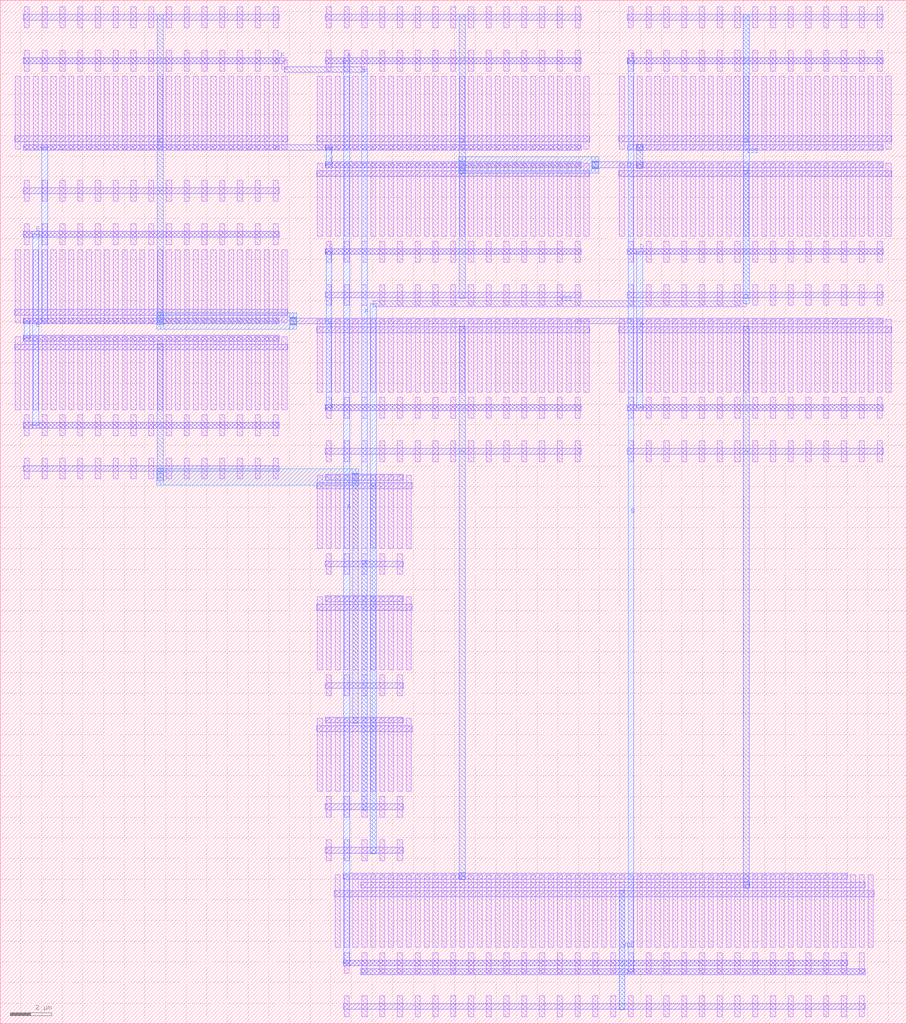
<source format=lef>
MACRO FN_SIM
  ORIGIN 0 0 ;
  FOREIGN FN_SIM 0 0 ;
  SIZE 43.86 BY 49.56 ;
  PIN E
    DIRECTION INOUT ;
    USE SIGNAL ;
    PORT 
      LAYER M2 ;
        RECT 1.12 28.84 13.5 29.12 ;
      LAYER M2 ;
        RECT 1.12 38.08 13.5 38.36 ;
      LAYER M2 ;
        RECT 1.56 28.84 1.88 29.12 ;
      LAYER M3 ;
        RECT 1.58 28.98 1.86 38.22 ;
      LAYER M2 ;
        RECT 1.56 38.08 1.88 38.36 ;
    END
  END E
  PIN Y
    DIRECTION INOUT ;
    USE SIGNAL ;
    PORT 
      LAYER M2 ;
        RECT 1.12 33.04 13.5 33.32 ;
      LAYER M2 ;
        RECT 1.12 33.88 13.5 34.16 ;
      LAYER M2 ;
        RECT 1.13 33.04 1.45 33.32 ;
      LAYER M3 ;
        RECT 1.15 33.18 1.43 34.02 ;
      LAYER M2 ;
        RECT 1.13 33.88 1.45 34.16 ;
      LAYER M2 ;
        RECT 1.12 42.28 13.5 42.56 ;
      LAYER M2 ;
        RECT 15.74 42.28 28.12 42.56 ;
      LAYER M2 ;
        RECT 15.74 41.44 28.12 41.72 ;
      LAYER M2 ;
        RECT 1.99 33.88 2.31 34.16 ;
      LAYER M3 ;
        RECT 2.01 34.02 2.29 42.42 ;
      LAYER M2 ;
        RECT 1.99 42.28 2.31 42.56 ;
      LAYER M2 ;
        RECT 13.33 42.28 15.91 42.56 ;
      LAYER M2 ;
        RECT 15.75 42.28 16.07 42.56 ;
      LAYER M3 ;
        RECT 15.77 41.58 16.05 42.42 ;
      LAYER M2 ;
        RECT 15.75 41.44 16.07 41.72 ;
    END
  END Y
  PIN A
    DIRECTION INOUT ;
    USE SIGNAL ;
    PORT 
      LAYER M2 ;
        RECT 16.6 2.8 41.02 3.08 ;
      LAYER M2 ;
        RECT 15.74 46.48 28.12 46.76 ;
      LAYER M2 ;
        RECT 16.61 2.8 16.93 3.08 ;
      LAYER M3 ;
        RECT 16.63 2.94 16.91 46.62 ;
      LAYER M2 ;
        RECT 16.61 46.48 16.93 46.76 ;
    END
  END A
  PIN B
    DIRECTION INOUT ;
    USE SIGNAL ;
    PORT 
      LAYER M2 ;
        RECT 17.46 2.38 41.88 2.66 ;
      LAYER M2 ;
        RECT 30.36 46.48 42.74 46.76 ;
      LAYER M2 ;
        RECT 30.37 2.38 30.69 2.66 ;
      LAYER M3 ;
        RECT 30.39 2.52 30.67 46.62 ;
      LAYER M2 ;
        RECT 30.37 46.48 30.69 46.76 ;
    END
  END B
  PIN VDD
    DIRECTION INOUT ;
    USE SIGNAL ;
    PORT 
      LAYER M3 ;
        RECT 29.96 0.68 30.24 6.46 ;
    END
  END VDD
  PIN VSS
    DIRECTION INOUT ;
    USE SIGNAL ;
    PORT 
      LAYER M3 ;
        RECT 17.92 8.24 18.2 26.2 ;
      LAYER M3 ;
        RECT 35.98 35.12 36.26 41.32 ;
      LAYER M3 ;
        RECT 35.98 42.68 36.26 48.88 ;
      LAYER M3 ;
        RECT 17.92 26.04 18.2 34.86 ;
      LAYER M2 ;
        RECT 18.06 34.72 36.12 35 ;
      LAYER M3 ;
        RECT 35.98 34.86 36.26 35.28 ;
      LAYER M3 ;
        RECT 35.98 41.16 36.26 42.84 ;
    END
  END VSS
  PIN D
    DIRECTION INOUT ;
    USE SIGNAL ;
    PORT 
      LAYER M2 ;
        RECT 30.36 29.68 42.74 29.96 ;
      LAYER M2 ;
        RECT 30.36 37.24 42.74 37.52 ;
      LAYER M2 ;
        RECT 30.8 29.68 31.12 29.96 ;
      LAYER M3 ;
        RECT 30.82 29.82 31.1 37.38 ;
      LAYER M2 ;
        RECT 30.8 37.24 31.12 37.52 ;
    END
  END D
  PIN F
    DIRECTION INOUT ;
    USE SIGNAL ;
    PORT 
      LAYER M3 ;
        RECT 17.49 10.34 17.77 22.42 ;
      LAYER M2 ;
        RECT 1.12 46.48 13.5 46.76 ;
      LAYER M3 ;
        RECT 17.49 22.26 17.77 46.2 ;
      LAYER M2 ;
        RECT 13.76 46.06 17.63 46.34 ;
      LAYER M1 ;
        RECT 13.635 46.2 13.885 46.62 ;
      LAYER M2 ;
        RECT 13.33 46.48 13.76 46.76 ;
    END
  END F
  PIN C
    DIRECTION INOUT ;
    USE SIGNAL ;
    PORT 
      LAYER M2 ;
        RECT 15.74 29.68 28.12 29.96 ;
      LAYER M2 ;
        RECT 15.74 37.24 28.12 37.52 ;
      LAYER M2 ;
        RECT 15.75 29.68 16.07 29.96 ;
      LAYER M3 ;
        RECT 15.77 29.82 16.05 37.38 ;
      LAYER M2 ;
        RECT 15.75 37.24 16.07 37.52 ;
    END
  END C
  OBS 
  LAYER M3 ;
        RECT 7.6 26.72 7.88 32.92 ;
  LAYER M3 ;
        RECT 17.06 14.54 17.34 26.62 ;
  LAYER M3 ;
        RECT 7.6 26.46 7.88 26.88 ;
  LAYER M4 ;
        RECT 7.74 26.06 17.2 26.86 ;
  LAYER M3 ;
        RECT 17.06 26.275 17.34 26.645 ;
  LAYER M3 ;
        RECT 7.6 26.275 7.88 26.645 ;
  LAYER M4 ;
        RECT 7.575 26.06 7.905 26.86 ;
  LAYER M3 ;
        RECT 17.06 26.275 17.34 26.645 ;
  LAYER M4 ;
        RECT 17.035 26.06 17.365 26.86 ;
  LAYER M3 ;
        RECT 7.6 26.275 7.88 26.645 ;
  LAYER M4 ;
        RECT 7.575 26.06 7.905 26.86 ;
  LAYER M3 ;
        RECT 17.06 26.275 17.34 26.645 ;
  LAYER M4 ;
        RECT 17.035 26.06 17.365 26.86 ;
  LAYER M3 ;
        RECT 7.6 34.28 7.88 40.48 ;
  LAYER M3 ;
        RECT 7.6 42.68 7.88 48.88 ;
  LAYER M2 ;
        RECT 15.74 33.88 28.12 34.16 ;
  LAYER M2 ;
        RECT 30.36 33.88 42.74 34.16 ;
  LAYER M3 ;
        RECT 7.6 40.32 7.88 42.84 ;
  LAYER M3 ;
        RECT 7.6 34.02 7.88 34.44 ;
  LAYER M4 ;
        RECT 7.74 33.62 14.19 34.42 ;
  LAYER M3 ;
        RECT 14.05 33.899 14.33 34.141 ;
  LAYER M2 ;
        RECT 14.19 33.88 15.91 34.16 ;
  LAYER M2 ;
        RECT 27.95 33.88 30.53 34.16 ;
  LAYER M2 ;
        RECT 14.03 33.88 14.35 34.16 ;
  LAYER M3 ;
        RECT 14.05 33.86 14.33 34.18 ;
  LAYER M3 ;
        RECT 7.6 33.835 7.88 34.205 ;
  LAYER M4 ;
        RECT 7.575 33.62 7.905 34.42 ;
  LAYER M3 ;
        RECT 14.05 33.835 14.33 34.205 ;
  LAYER M4 ;
        RECT 14.025 33.62 14.355 34.42 ;
  LAYER M3 ;
        RECT 7.6 33.835 7.88 34.205 ;
  LAYER M4 ;
        RECT 7.575 33.62 7.905 34.42 ;
  LAYER M3 ;
        RECT 7.6 33.835 7.88 34.205 ;
  LAYER M4 ;
        RECT 7.575 33.62 7.905 34.42 ;
  LAYER M3 ;
        RECT 7.6 33.835 7.88 34.205 ;
  LAYER M4 ;
        RECT 7.575 33.62 7.905 34.42 ;
  LAYER M2 ;
        RECT 16.6 7 41.02 7.28 ;
  LAYER M3 ;
        RECT 22.22 27.56 22.5 33.76 ;
  LAYER M2 ;
        RECT 22.2 7 22.52 7.28 ;
  LAYER M3 ;
        RECT 22.22 7.14 22.5 27.72 ;
  LAYER M2 ;
        RECT 22.2 7 22.52 7.28 ;
  LAYER M3 ;
        RECT 22.22 6.98 22.5 7.3 ;
  LAYER M2 ;
        RECT 22.2 7 22.52 7.28 ;
  LAYER M3 ;
        RECT 22.22 6.98 22.5 7.3 ;
  LAYER M2 ;
        RECT 17.46 6.58 41.88 6.86 ;
  LAYER M3 ;
        RECT 35.98 27.56 36.26 33.76 ;
  LAYER M2 ;
        RECT 35.96 6.58 36.28 6.86 ;
  LAYER M3 ;
        RECT 35.98 6.72 36.26 27.72 ;
  LAYER M2 ;
        RECT 35.96 6.58 36.28 6.86 ;
  LAYER M3 ;
        RECT 35.98 6.56 36.26 6.88 ;
  LAYER M2 ;
        RECT 35.96 6.58 36.28 6.86 ;
  LAYER M3 ;
        RECT 35.98 6.56 36.26 6.88 ;
  LAYER M3 ;
        RECT 22.22 35.12 22.5 41.32 ;
  LAYER M3 ;
        RECT 22.22 42.68 22.5 48.88 ;
  LAYER M2 ;
        RECT 30.36 41.44 42.74 41.72 ;
  LAYER M2 ;
        RECT 30.36 42.28 42.74 42.56 ;
  LAYER M3 ;
        RECT 22.22 41.16 22.5 42.84 ;
  LAYER M3 ;
        RECT 22.22 41.395 22.5 41.765 ;
  LAYER M4 ;
        RECT 22.36 41.18 28.81 41.98 ;
  LAYER M3 ;
        RECT 28.67 41.459 28.95 41.701 ;
  LAYER M2 ;
        RECT 28.81 41.44 30.53 41.72 ;
  LAYER M2 ;
        RECT 30.8 41.44 31.12 41.72 ;
  LAYER M3 ;
        RECT 30.82 41.58 31.1 42.42 ;
  LAYER M2 ;
        RECT 30.8 42.28 31.12 42.56 ;
  LAYER M2 ;
        RECT 28.65 41.44 28.97 41.72 ;
  LAYER M3 ;
        RECT 28.67 41.42 28.95 41.74 ;
  LAYER M3 ;
        RECT 22.22 41.395 22.5 41.765 ;
  LAYER M4 ;
        RECT 22.195 41.18 22.525 41.98 ;
  LAYER M3 ;
        RECT 28.67 41.395 28.95 41.765 ;
  LAYER M4 ;
        RECT 28.645 41.18 28.975 41.98 ;
  LAYER M3 ;
        RECT 22.22 41.395 22.5 41.765 ;
  LAYER M4 ;
        RECT 22.195 41.18 22.525 41.98 ;
  LAYER M2 ;
        RECT 30.8 41.44 31.12 41.72 ;
  LAYER M3 ;
        RECT 30.82 41.42 31.1 41.74 ;
  LAYER M2 ;
        RECT 30.8 42.28 31.12 42.56 ;
  LAYER M3 ;
        RECT 30.82 42.26 31.1 42.58 ;
  LAYER M3 ;
        RECT 22.22 41.395 22.5 41.765 ;
  LAYER M4 ;
        RECT 22.195 41.18 22.525 41.98 ;
  LAYER M2 ;
        RECT 30.8 41.44 31.12 41.72 ;
  LAYER M3 ;
        RECT 30.82 41.42 31.1 41.74 ;
  LAYER M2 ;
        RECT 30.8 42.28 31.12 42.56 ;
  LAYER M3 ;
        RECT 30.82 42.26 31.1 42.58 ;
  LAYER M3 ;
        RECT 22.22 41.395 22.5 41.765 ;
  LAYER M4 ;
        RECT 22.195 41.18 22.525 41.98 ;
  LAYER M1 ;
        RECT 1.165 29.735 1.415 33.265 ;
  LAYER M1 ;
        RECT 1.165 28.475 1.415 29.485 ;
  LAYER M1 ;
        RECT 1.165 26.375 1.415 27.385 ;
  LAYER M1 ;
        RECT 0.735 29.735 0.985 33.265 ;
  LAYER M1 ;
        RECT 1.595 29.735 1.845 33.265 ;
  LAYER M1 ;
        RECT 2.025 29.735 2.275 33.265 ;
  LAYER M1 ;
        RECT 2.025 28.475 2.275 29.485 ;
  LAYER M1 ;
        RECT 2.025 26.375 2.275 27.385 ;
  LAYER M1 ;
        RECT 2.455 29.735 2.705 33.265 ;
  LAYER M1 ;
        RECT 2.885 29.735 3.135 33.265 ;
  LAYER M1 ;
        RECT 2.885 28.475 3.135 29.485 ;
  LAYER M1 ;
        RECT 2.885 26.375 3.135 27.385 ;
  LAYER M1 ;
        RECT 3.315 29.735 3.565 33.265 ;
  LAYER M1 ;
        RECT 3.745 29.735 3.995 33.265 ;
  LAYER M1 ;
        RECT 3.745 28.475 3.995 29.485 ;
  LAYER M1 ;
        RECT 3.745 26.375 3.995 27.385 ;
  LAYER M1 ;
        RECT 4.175 29.735 4.425 33.265 ;
  LAYER M1 ;
        RECT 4.605 29.735 4.855 33.265 ;
  LAYER M1 ;
        RECT 4.605 28.475 4.855 29.485 ;
  LAYER M1 ;
        RECT 4.605 26.375 4.855 27.385 ;
  LAYER M1 ;
        RECT 5.035 29.735 5.285 33.265 ;
  LAYER M1 ;
        RECT 5.465 29.735 5.715 33.265 ;
  LAYER M1 ;
        RECT 5.465 28.475 5.715 29.485 ;
  LAYER M1 ;
        RECT 5.465 26.375 5.715 27.385 ;
  LAYER M1 ;
        RECT 5.895 29.735 6.145 33.265 ;
  LAYER M1 ;
        RECT 6.325 29.735 6.575 33.265 ;
  LAYER M1 ;
        RECT 6.325 28.475 6.575 29.485 ;
  LAYER M1 ;
        RECT 6.325 26.375 6.575 27.385 ;
  LAYER M1 ;
        RECT 6.755 29.735 7.005 33.265 ;
  LAYER M1 ;
        RECT 7.185 29.735 7.435 33.265 ;
  LAYER M1 ;
        RECT 7.185 28.475 7.435 29.485 ;
  LAYER M1 ;
        RECT 7.185 26.375 7.435 27.385 ;
  LAYER M1 ;
        RECT 7.615 29.735 7.865 33.265 ;
  LAYER M1 ;
        RECT 8.045 29.735 8.295 33.265 ;
  LAYER M1 ;
        RECT 8.045 28.475 8.295 29.485 ;
  LAYER M1 ;
        RECT 8.045 26.375 8.295 27.385 ;
  LAYER M1 ;
        RECT 8.475 29.735 8.725 33.265 ;
  LAYER M1 ;
        RECT 8.905 29.735 9.155 33.265 ;
  LAYER M1 ;
        RECT 8.905 28.475 9.155 29.485 ;
  LAYER M1 ;
        RECT 8.905 26.375 9.155 27.385 ;
  LAYER M1 ;
        RECT 9.335 29.735 9.585 33.265 ;
  LAYER M1 ;
        RECT 9.765 29.735 10.015 33.265 ;
  LAYER M1 ;
        RECT 9.765 28.475 10.015 29.485 ;
  LAYER M1 ;
        RECT 9.765 26.375 10.015 27.385 ;
  LAYER M1 ;
        RECT 10.195 29.735 10.445 33.265 ;
  LAYER M1 ;
        RECT 10.625 29.735 10.875 33.265 ;
  LAYER M1 ;
        RECT 10.625 28.475 10.875 29.485 ;
  LAYER M1 ;
        RECT 10.625 26.375 10.875 27.385 ;
  LAYER M1 ;
        RECT 11.055 29.735 11.305 33.265 ;
  LAYER M1 ;
        RECT 11.485 29.735 11.735 33.265 ;
  LAYER M1 ;
        RECT 11.485 28.475 11.735 29.485 ;
  LAYER M1 ;
        RECT 11.485 26.375 11.735 27.385 ;
  LAYER M1 ;
        RECT 11.915 29.735 12.165 33.265 ;
  LAYER M1 ;
        RECT 12.345 29.735 12.595 33.265 ;
  LAYER M1 ;
        RECT 12.345 28.475 12.595 29.485 ;
  LAYER M1 ;
        RECT 12.345 26.375 12.595 27.385 ;
  LAYER M1 ;
        RECT 12.775 29.735 13.025 33.265 ;
  LAYER M1 ;
        RECT 13.205 29.735 13.455 33.265 ;
  LAYER M1 ;
        RECT 13.205 28.475 13.455 29.485 ;
  LAYER M1 ;
        RECT 13.205 26.375 13.455 27.385 ;
  LAYER M1 ;
        RECT 13.635 29.735 13.885 33.265 ;
  LAYER M2 ;
        RECT 0.69 32.62 13.93 32.9 ;
  LAYER M2 ;
        RECT 1.12 26.74 13.5 27.02 ;
  LAYER M2 ;
        RECT 1.12 33.04 13.5 33.32 ;
  LAYER M2 ;
        RECT 1.12 28.84 13.5 29.12 ;
  LAYER M3 ;
        RECT 7.6 26.72 7.88 32.92 ;
  LAYER M1 ;
        RECT 1.165 33.935 1.415 37.465 ;
  LAYER M1 ;
        RECT 1.165 37.715 1.415 38.725 ;
  LAYER M1 ;
        RECT 1.165 39.815 1.415 40.825 ;
  LAYER M1 ;
        RECT 0.735 33.935 0.985 37.465 ;
  LAYER M1 ;
        RECT 1.595 33.935 1.845 37.465 ;
  LAYER M1 ;
        RECT 2.025 33.935 2.275 37.465 ;
  LAYER M1 ;
        RECT 2.025 37.715 2.275 38.725 ;
  LAYER M1 ;
        RECT 2.025 39.815 2.275 40.825 ;
  LAYER M1 ;
        RECT 2.455 33.935 2.705 37.465 ;
  LAYER M1 ;
        RECT 2.885 33.935 3.135 37.465 ;
  LAYER M1 ;
        RECT 2.885 37.715 3.135 38.725 ;
  LAYER M1 ;
        RECT 2.885 39.815 3.135 40.825 ;
  LAYER M1 ;
        RECT 3.315 33.935 3.565 37.465 ;
  LAYER M1 ;
        RECT 3.745 33.935 3.995 37.465 ;
  LAYER M1 ;
        RECT 3.745 37.715 3.995 38.725 ;
  LAYER M1 ;
        RECT 3.745 39.815 3.995 40.825 ;
  LAYER M1 ;
        RECT 4.175 33.935 4.425 37.465 ;
  LAYER M1 ;
        RECT 4.605 33.935 4.855 37.465 ;
  LAYER M1 ;
        RECT 4.605 37.715 4.855 38.725 ;
  LAYER M1 ;
        RECT 4.605 39.815 4.855 40.825 ;
  LAYER M1 ;
        RECT 5.035 33.935 5.285 37.465 ;
  LAYER M1 ;
        RECT 5.465 33.935 5.715 37.465 ;
  LAYER M1 ;
        RECT 5.465 37.715 5.715 38.725 ;
  LAYER M1 ;
        RECT 5.465 39.815 5.715 40.825 ;
  LAYER M1 ;
        RECT 5.895 33.935 6.145 37.465 ;
  LAYER M1 ;
        RECT 6.325 33.935 6.575 37.465 ;
  LAYER M1 ;
        RECT 6.325 37.715 6.575 38.725 ;
  LAYER M1 ;
        RECT 6.325 39.815 6.575 40.825 ;
  LAYER M1 ;
        RECT 6.755 33.935 7.005 37.465 ;
  LAYER M1 ;
        RECT 7.185 33.935 7.435 37.465 ;
  LAYER M1 ;
        RECT 7.185 37.715 7.435 38.725 ;
  LAYER M1 ;
        RECT 7.185 39.815 7.435 40.825 ;
  LAYER M1 ;
        RECT 7.615 33.935 7.865 37.465 ;
  LAYER M1 ;
        RECT 8.045 33.935 8.295 37.465 ;
  LAYER M1 ;
        RECT 8.045 37.715 8.295 38.725 ;
  LAYER M1 ;
        RECT 8.045 39.815 8.295 40.825 ;
  LAYER M1 ;
        RECT 8.475 33.935 8.725 37.465 ;
  LAYER M1 ;
        RECT 8.905 33.935 9.155 37.465 ;
  LAYER M1 ;
        RECT 8.905 37.715 9.155 38.725 ;
  LAYER M1 ;
        RECT 8.905 39.815 9.155 40.825 ;
  LAYER M1 ;
        RECT 9.335 33.935 9.585 37.465 ;
  LAYER M1 ;
        RECT 9.765 33.935 10.015 37.465 ;
  LAYER M1 ;
        RECT 9.765 37.715 10.015 38.725 ;
  LAYER M1 ;
        RECT 9.765 39.815 10.015 40.825 ;
  LAYER M1 ;
        RECT 10.195 33.935 10.445 37.465 ;
  LAYER M1 ;
        RECT 10.625 33.935 10.875 37.465 ;
  LAYER M1 ;
        RECT 10.625 37.715 10.875 38.725 ;
  LAYER M1 ;
        RECT 10.625 39.815 10.875 40.825 ;
  LAYER M1 ;
        RECT 11.055 33.935 11.305 37.465 ;
  LAYER M1 ;
        RECT 11.485 33.935 11.735 37.465 ;
  LAYER M1 ;
        RECT 11.485 37.715 11.735 38.725 ;
  LAYER M1 ;
        RECT 11.485 39.815 11.735 40.825 ;
  LAYER M1 ;
        RECT 11.915 33.935 12.165 37.465 ;
  LAYER M1 ;
        RECT 12.345 33.935 12.595 37.465 ;
  LAYER M1 ;
        RECT 12.345 37.715 12.595 38.725 ;
  LAYER M1 ;
        RECT 12.345 39.815 12.595 40.825 ;
  LAYER M1 ;
        RECT 12.775 33.935 13.025 37.465 ;
  LAYER M1 ;
        RECT 13.205 33.935 13.455 37.465 ;
  LAYER M1 ;
        RECT 13.205 37.715 13.455 38.725 ;
  LAYER M1 ;
        RECT 13.205 39.815 13.455 40.825 ;
  LAYER M1 ;
        RECT 13.635 33.935 13.885 37.465 ;
  LAYER M2 ;
        RECT 0.69 34.3 13.93 34.58 ;
  LAYER M2 ;
        RECT 1.12 40.18 13.5 40.46 ;
  LAYER M2 ;
        RECT 1.12 33.88 13.5 34.16 ;
  LAYER M2 ;
        RECT 1.12 38.08 13.5 38.36 ;
  LAYER M3 ;
        RECT 7.6 34.28 7.88 40.48 ;
  LAYER M1 ;
        RECT 16.645 3.695 16.895 7.225 ;
  LAYER M1 ;
        RECT 16.645 2.435 16.895 3.445 ;
  LAYER M1 ;
        RECT 16.645 0.335 16.895 1.345 ;
  LAYER M1 ;
        RECT 16.215 3.695 16.465 7.225 ;
  LAYER M1 ;
        RECT 17.075 3.695 17.325 7.225 ;
  LAYER M1 ;
        RECT 17.505 3.695 17.755 7.225 ;
  LAYER M1 ;
        RECT 17.505 2.435 17.755 3.445 ;
  LAYER M1 ;
        RECT 17.505 0.335 17.755 1.345 ;
  LAYER M1 ;
        RECT 17.935 3.695 18.185 7.225 ;
  LAYER M1 ;
        RECT 18.365 3.695 18.615 7.225 ;
  LAYER M1 ;
        RECT 18.365 2.435 18.615 3.445 ;
  LAYER M1 ;
        RECT 18.365 0.335 18.615 1.345 ;
  LAYER M1 ;
        RECT 18.795 3.695 19.045 7.225 ;
  LAYER M1 ;
        RECT 19.225 3.695 19.475 7.225 ;
  LAYER M1 ;
        RECT 19.225 2.435 19.475 3.445 ;
  LAYER M1 ;
        RECT 19.225 0.335 19.475 1.345 ;
  LAYER M1 ;
        RECT 19.655 3.695 19.905 7.225 ;
  LAYER M1 ;
        RECT 20.085 3.695 20.335 7.225 ;
  LAYER M1 ;
        RECT 20.085 2.435 20.335 3.445 ;
  LAYER M1 ;
        RECT 20.085 0.335 20.335 1.345 ;
  LAYER M1 ;
        RECT 20.515 3.695 20.765 7.225 ;
  LAYER M1 ;
        RECT 20.945 3.695 21.195 7.225 ;
  LAYER M1 ;
        RECT 20.945 2.435 21.195 3.445 ;
  LAYER M1 ;
        RECT 20.945 0.335 21.195 1.345 ;
  LAYER M1 ;
        RECT 21.375 3.695 21.625 7.225 ;
  LAYER M1 ;
        RECT 21.805 3.695 22.055 7.225 ;
  LAYER M1 ;
        RECT 21.805 2.435 22.055 3.445 ;
  LAYER M1 ;
        RECT 21.805 0.335 22.055 1.345 ;
  LAYER M1 ;
        RECT 22.235 3.695 22.485 7.225 ;
  LAYER M1 ;
        RECT 22.665 3.695 22.915 7.225 ;
  LAYER M1 ;
        RECT 22.665 2.435 22.915 3.445 ;
  LAYER M1 ;
        RECT 22.665 0.335 22.915 1.345 ;
  LAYER M1 ;
        RECT 23.095 3.695 23.345 7.225 ;
  LAYER M1 ;
        RECT 23.525 3.695 23.775 7.225 ;
  LAYER M1 ;
        RECT 23.525 2.435 23.775 3.445 ;
  LAYER M1 ;
        RECT 23.525 0.335 23.775 1.345 ;
  LAYER M1 ;
        RECT 23.955 3.695 24.205 7.225 ;
  LAYER M1 ;
        RECT 24.385 3.695 24.635 7.225 ;
  LAYER M1 ;
        RECT 24.385 2.435 24.635 3.445 ;
  LAYER M1 ;
        RECT 24.385 0.335 24.635 1.345 ;
  LAYER M1 ;
        RECT 24.815 3.695 25.065 7.225 ;
  LAYER M1 ;
        RECT 25.245 3.695 25.495 7.225 ;
  LAYER M1 ;
        RECT 25.245 2.435 25.495 3.445 ;
  LAYER M1 ;
        RECT 25.245 0.335 25.495 1.345 ;
  LAYER M1 ;
        RECT 25.675 3.695 25.925 7.225 ;
  LAYER M1 ;
        RECT 26.105 3.695 26.355 7.225 ;
  LAYER M1 ;
        RECT 26.105 2.435 26.355 3.445 ;
  LAYER M1 ;
        RECT 26.105 0.335 26.355 1.345 ;
  LAYER M1 ;
        RECT 26.535 3.695 26.785 7.225 ;
  LAYER M1 ;
        RECT 26.965 3.695 27.215 7.225 ;
  LAYER M1 ;
        RECT 26.965 2.435 27.215 3.445 ;
  LAYER M1 ;
        RECT 26.965 0.335 27.215 1.345 ;
  LAYER M1 ;
        RECT 27.395 3.695 27.645 7.225 ;
  LAYER M1 ;
        RECT 27.825 3.695 28.075 7.225 ;
  LAYER M1 ;
        RECT 27.825 2.435 28.075 3.445 ;
  LAYER M1 ;
        RECT 27.825 0.335 28.075 1.345 ;
  LAYER M1 ;
        RECT 28.255 3.695 28.505 7.225 ;
  LAYER M1 ;
        RECT 28.685 3.695 28.935 7.225 ;
  LAYER M1 ;
        RECT 28.685 2.435 28.935 3.445 ;
  LAYER M1 ;
        RECT 28.685 0.335 28.935 1.345 ;
  LAYER M1 ;
        RECT 29.115 3.695 29.365 7.225 ;
  LAYER M1 ;
        RECT 29.545 3.695 29.795 7.225 ;
  LAYER M1 ;
        RECT 29.545 2.435 29.795 3.445 ;
  LAYER M1 ;
        RECT 29.545 0.335 29.795 1.345 ;
  LAYER M1 ;
        RECT 29.975 3.695 30.225 7.225 ;
  LAYER M1 ;
        RECT 30.405 3.695 30.655 7.225 ;
  LAYER M1 ;
        RECT 30.405 2.435 30.655 3.445 ;
  LAYER M1 ;
        RECT 30.405 0.335 30.655 1.345 ;
  LAYER M1 ;
        RECT 30.835 3.695 31.085 7.225 ;
  LAYER M1 ;
        RECT 31.265 3.695 31.515 7.225 ;
  LAYER M1 ;
        RECT 31.265 2.435 31.515 3.445 ;
  LAYER M1 ;
        RECT 31.265 0.335 31.515 1.345 ;
  LAYER M1 ;
        RECT 31.695 3.695 31.945 7.225 ;
  LAYER M1 ;
        RECT 32.125 3.695 32.375 7.225 ;
  LAYER M1 ;
        RECT 32.125 2.435 32.375 3.445 ;
  LAYER M1 ;
        RECT 32.125 0.335 32.375 1.345 ;
  LAYER M1 ;
        RECT 32.555 3.695 32.805 7.225 ;
  LAYER M1 ;
        RECT 32.985 3.695 33.235 7.225 ;
  LAYER M1 ;
        RECT 32.985 2.435 33.235 3.445 ;
  LAYER M1 ;
        RECT 32.985 0.335 33.235 1.345 ;
  LAYER M1 ;
        RECT 33.415 3.695 33.665 7.225 ;
  LAYER M1 ;
        RECT 33.845 3.695 34.095 7.225 ;
  LAYER M1 ;
        RECT 33.845 2.435 34.095 3.445 ;
  LAYER M1 ;
        RECT 33.845 0.335 34.095 1.345 ;
  LAYER M1 ;
        RECT 34.275 3.695 34.525 7.225 ;
  LAYER M1 ;
        RECT 34.705 3.695 34.955 7.225 ;
  LAYER M1 ;
        RECT 34.705 2.435 34.955 3.445 ;
  LAYER M1 ;
        RECT 34.705 0.335 34.955 1.345 ;
  LAYER M1 ;
        RECT 35.135 3.695 35.385 7.225 ;
  LAYER M1 ;
        RECT 35.565 3.695 35.815 7.225 ;
  LAYER M1 ;
        RECT 35.565 2.435 35.815 3.445 ;
  LAYER M1 ;
        RECT 35.565 0.335 35.815 1.345 ;
  LAYER M1 ;
        RECT 35.995 3.695 36.245 7.225 ;
  LAYER M1 ;
        RECT 36.425 3.695 36.675 7.225 ;
  LAYER M1 ;
        RECT 36.425 2.435 36.675 3.445 ;
  LAYER M1 ;
        RECT 36.425 0.335 36.675 1.345 ;
  LAYER M1 ;
        RECT 36.855 3.695 37.105 7.225 ;
  LAYER M1 ;
        RECT 37.285 3.695 37.535 7.225 ;
  LAYER M1 ;
        RECT 37.285 2.435 37.535 3.445 ;
  LAYER M1 ;
        RECT 37.285 0.335 37.535 1.345 ;
  LAYER M1 ;
        RECT 37.715 3.695 37.965 7.225 ;
  LAYER M1 ;
        RECT 38.145 3.695 38.395 7.225 ;
  LAYER M1 ;
        RECT 38.145 2.435 38.395 3.445 ;
  LAYER M1 ;
        RECT 38.145 0.335 38.395 1.345 ;
  LAYER M1 ;
        RECT 38.575 3.695 38.825 7.225 ;
  LAYER M1 ;
        RECT 39.005 3.695 39.255 7.225 ;
  LAYER M1 ;
        RECT 39.005 2.435 39.255 3.445 ;
  LAYER M1 ;
        RECT 39.005 0.335 39.255 1.345 ;
  LAYER M1 ;
        RECT 39.435 3.695 39.685 7.225 ;
  LAYER M1 ;
        RECT 39.865 3.695 40.115 7.225 ;
  LAYER M1 ;
        RECT 39.865 2.435 40.115 3.445 ;
  LAYER M1 ;
        RECT 39.865 0.335 40.115 1.345 ;
  LAYER M1 ;
        RECT 40.295 3.695 40.545 7.225 ;
  LAYER M1 ;
        RECT 40.725 3.695 40.975 7.225 ;
  LAYER M1 ;
        RECT 40.725 2.435 40.975 3.445 ;
  LAYER M1 ;
        RECT 40.725 0.335 40.975 1.345 ;
  LAYER M1 ;
        RECT 41.155 3.695 41.405 7.225 ;
  LAYER M1 ;
        RECT 41.585 3.695 41.835 7.225 ;
  LAYER M1 ;
        RECT 41.585 2.435 41.835 3.445 ;
  LAYER M1 ;
        RECT 41.585 0.335 41.835 1.345 ;
  LAYER M1 ;
        RECT 42.015 3.695 42.265 7.225 ;
  LAYER M2 ;
        RECT 16.17 6.16 42.31 6.44 ;
  LAYER M2 ;
        RECT 16.6 0.7 41.88 0.98 ;
  LAYER M2 ;
        RECT 16.6 7 41.02 7.28 ;
  LAYER M2 ;
        RECT 17.46 6.58 41.88 6.86 ;
  LAYER M2 ;
        RECT 16.6 2.8 41.02 3.08 ;
  LAYER M2 ;
        RECT 17.46 2.38 41.88 2.66 ;
  LAYER M3 ;
        RECT 29.96 0.68 30.24 6.46 ;
  LAYER M1 ;
        RECT 42.445 42.335 42.695 45.865 ;
  LAYER M1 ;
        RECT 42.445 46.115 42.695 47.125 ;
  LAYER M1 ;
        RECT 42.445 48.215 42.695 49.225 ;
  LAYER M1 ;
        RECT 42.875 42.335 43.125 45.865 ;
  LAYER M1 ;
        RECT 42.015 42.335 42.265 45.865 ;
  LAYER M1 ;
        RECT 41.585 42.335 41.835 45.865 ;
  LAYER M1 ;
        RECT 41.585 46.115 41.835 47.125 ;
  LAYER M1 ;
        RECT 41.585 48.215 41.835 49.225 ;
  LAYER M1 ;
        RECT 41.155 42.335 41.405 45.865 ;
  LAYER M1 ;
        RECT 40.725 42.335 40.975 45.865 ;
  LAYER M1 ;
        RECT 40.725 46.115 40.975 47.125 ;
  LAYER M1 ;
        RECT 40.725 48.215 40.975 49.225 ;
  LAYER M1 ;
        RECT 40.295 42.335 40.545 45.865 ;
  LAYER M1 ;
        RECT 39.865 42.335 40.115 45.865 ;
  LAYER M1 ;
        RECT 39.865 46.115 40.115 47.125 ;
  LAYER M1 ;
        RECT 39.865 48.215 40.115 49.225 ;
  LAYER M1 ;
        RECT 39.435 42.335 39.685 45.865 ;
  LAYER M1 ;
        RECT 39.005 42.335 39.255 45.865 ;
  LAYER M1 ;
        RECT 39.005 46.115 39.255 47.125 ;
  LAYER M1 ;
        RECT 39.005 48.215 39.255 49.225 ;
  LAYER M1 ;
        RECT 38.575 42.335 38.825 45.865 ;
  LAYER M1 ;
        RECT 38.145 42.335 38.395 45.865 ;
  LAYER M1 ;
        RECT 38.145 46.115 38.395 47.125 ;
  LAYER M1 ;
        RECT 38.145 48.215 38.395 49.225 ;
  LAYER M1 ;
        RECT 37.715 42.335 37.965 45.865 ;
  LAYER M1 ;
        RECT 37.285 42.335 37.535 45.865 ;
  LAYER M1 ;
        RECT 37.285 46.115 37.535 47.125 ;
  LAYER M1 ;
        RECT 37.285 48.215 37.535 49.225 ;
  LAYER M1 ;
        RECT 36.855 42.335 37.105 45.865 ;
  LAYER M1 ;
        RECT 36.425 42.335 36.675 45.865 ;
  LAYER M1 ;
        RECT 36.425 46.115 36.675 47.125 ;
  LAYER M1 ;
        RECT 36.425 48.215 36.675 49.225 ;
  LAYER M1 ;
        RECT 35.995 42.335 36.245 45.865 ;
  LAYER M1 ;
        RECT 35.565 42.335 35.815 45.865 ;
  LAYER M1 ;
        RECT 35.565 46.115 35.815 47.125 ;
  LAYER M1 ;
        RECT 35.565 48.215 35.815 49.225 ;
  LAYER M1 ;
        RECT 35.135 42.335 35.385 45.865 ;
  LAYER M1 ;
        RECT 34.705 42.335 34.955 45.865 ;
  LAYER M1 ;
        RECT 34.705 46.115 34.955 47.125 ;
  LAYER M1 ;
        RECT 34.705 48.215 34.955 49.225 ;
  LAYER M1 ;
        RECT 34.275 42.335 34.525 45.865 ;
  LAYER M1 ;
        RECT 33.845 42.335 34.095 45.865 ;
  LAYER M1 ;
        RECT 33.845 46.115 34.095 47.125 ;
  LAYER M1 ;
        RECT 33.845 48.215 34.095 49.225 ;
  LAYER M1 ;
        RECT 33.415 42.335 33.665 45.865 ;
  LAYER M1 ;
        RECT 32.985 42.335 33.235 45.865 ;
  LAYER M1 ;
        RECT 32.985 46.115 33.235 47.125 ;
  LAYER M1 ;
        RECT 32.985 48.215 33.235 49.225 ;
  LAYER M1 ;
        RECT 32.555 42.335 32.805 45.865 ;
  LAYER M1 ;
        RECT 32.125 42.335 32.375 45.865 ;
  LAYER M1 ;
        RECT 32.125 46.115 32.375 47.125 ;
  LAYER M1 ;
        RECT 32.125 48.215 32.375 49.225 ;
  LAYER M1 ;
        RECT 31.695 42.335 31.945 45.865 ;
  LAYER M1 ;
        RECT 31.265 42.335 31.515 45.865 ;
  LAYER M1 ;
        RECT 31.265 46.115 31.515 47.125 ;
  LAYER M1 ;
        RECT 31.265 48.215 31.515 49.225 ;
  LAYER M1 ;
        RECT 30.835 42.335 31.085 45.865 ;
  LAYER M1 ;
        RECT 30.405 42.335 30.655 45.865 ;
  LAYER M1 ;
        RECT 30.405 46.115 30.655 47.125 ;
  LAYER M1 ;
        RECT 30.405 48.215 30.655 49.225 ;
  LAYER M1 ;
        RECT 29.975 42.335 30.225 45.865 ;
  LAYER M2 ;
        RECT 29.93 42.7 43.17 42.98 ;
  LAYER M2 ;
        RECT 30.36 48.58 42.74 48.86 ;
  LAYER M2 ;
        RECT 30.36 42.28 42.74 42.56 ;
  LAYER M2 ;
        RECT 30.36 46.48 42.74 46.76 ;
  LAYER M3 ;
        RECT 35.98 42.68 36.26 48.88 ;
  LAYER M1 ;
        RECT 42.445 38.135 42.695 41.665 ;
  LAYER M1 ;
        RECT 42.445 36.875 42.695 37.885 ;
  LAYER M1 ;
        RECT 42.445 34.775 42.695 35.785 ;
  LAYER M1 ;
        RECT 42.875 38.135 43.125 41.665 ;
  LAYER M1 ;
        RECT 42.015 38.135 42.265 41.665 ;
  LAYER M1 ;
        RECT 41.585 38.135 41.835 41.665 ;
  LAYER M1 ;
        RECT 41.585 36.875 41.835 37.885 ;
  LAYER M1 ;
        RECT 41.585 34.775 41.835 35.785 ;
  LAYER M1 ;
        RECT 41.155 38.135 41.405 41.665 ;
  LAYER M1 ;
        RECT 40.725 38.135 40.975 41.665 ;
  LAYER M1 ;
        RECT 40.725 36.875 40.975 37.885 ;
  LAYER M1 ;
        RECT 40.725 34.775 40.975 35.785 ;
  LAYER M1 ;
        RECT 40.295 38.135 40.545 41.665 ;
  LAYER M1 ;
        RECT 39.865 38.135 40.115 41.665 ;
  LAYER M1 ;
        RECT 39.865 36.875 40.115 37.885 ;
  LAYER M1 ;
        RECT 39.865 34.775 40.115 35.785 ;
  LAYER M1 ;
        RECT 39.435 38.135 39.685 41.665 ;
  LAYER M1 ;
        RECT 39.005 38.135 39.255 41.665 ;
  LAYER M1 ;
        RECT 39.005 36.875 39.255 37.885 ;
  LAYER M1 ;
        RECT 39.005 34.775 39.255 35.785 ;
  LAYER M1 ;
        RECT 38.575 38.135 38.825 41.665 ;
  LAYER M1 ;
        RECT 38.145 38.135 38.395 41.665 ;
  LAYER M1 ;
        RECT 38.145 36.875 38.395 37.885 ;
  LAYER M1 ;
        RECT 38.145 34.775 38.395 35.785 ;
  LAYER M1 ;
        RECT 37.715 38.135 37.965 41.665 ;
  LAYER M1 ;
        RECT 37.285 38.135 37.535 41.665 ;
  LAYER M1 ;
        RECT 37.285 36.875 37.535 37.885 ;
  LAYER M1 ;
        RECT 37.285 34.775 37.535 35.785 ;
  LAYER M1 ;
        RECT 36.855 38.135 37.105 41.665 ;
  LAYER M1 ;
        RECT 36.425 38.135 36.675 41.665 ;
  LAYER M1 ;
        RECT 36.425 36.875 36.675 37.885 ;
  LAYER M1 ;
        RECT 36.425 34.775 36.675 35.785 ;
  LAYER M1 ;
        RECT 35.995 38.135 36.245 41.665 ;
  LAYER M1 ;
        RECT 35.565 38.135 35.815 41.665 ;
  LAYER M1 ;
        RECT 35.565 36.875 35.815 37.885 ;
  LAYER M1 ;
        RECT 35.565 34.775 35.815 35.785 ;
  LAYER M1 ;
        RECT 35.135 38.135 35.385 41.665 ;
  LAYER M1 ;
        RECT 34.705 38.135 34.955 41.665 ;
  LAYER M1 ;
        RECT 34.705 36.875 34.955 37.885 ;
  LAYER M1 ;
        RECT 34.705 34.775 34.955 35.785 ;
  LAYER M1 ;
        RECT 34.275 38.135 34.525 41.665 ;
  LAYER M1 ;
        RECT 33.845 38.135 34.095 41.665 ;
  LAYER M1 ;
        RECT 33.845 36.875 34.095 37.885 ;
  LAYER M1 ;
        RECT 33.845 34.775 34.095 35.785 ;
  LAYER M1 ;
        RECT 33.415 38.135 33.665 41.665 ;
  LAYER M1 ;
        RECT 32.985 38.135 33.235 41.665 ;
  LAYER M1 ;
        RECT 32.985 36.875 33.235 37.885 ;
  LAYER M1 ;
        RECT 32.985 34.775 33.235 35.785 ;
  LAYER M1 ;
        RECT 32.555 38.135 32.805 41.665 ;
  LAYER M1 ;
        RECT 32.125 38.135 32.375 41.665 ;
  LAYER M1 ;
        RECT 32.125 36.875 32.375 37.885 ;
  LAYER M1 ;
        RECT 32.125 34.775 32.375 35.785 ;
  LAYER M1 ;
        RECT 31.695 38.135 31.945 41.665 ;
  LAYER M1 ;
        RECT 31.265 38.135 31.515 41.665 ;
  LAYER M1 ;
        RECT 31.265 36.875 31.515 37.885 ;
  LAYER M1 ;
        RECT 31.265 34.775 31.515 35.785 ;
  LAYER M1 ;
        RECT 30.835 38.135 31.085 41.665 ;
  LAYER M1 ;
        RECT 30.405 38.135 30.655 41.665 ;
  LAYER M1 ;
        RECT 30.405 36.875 30.655 37.885 ;
  LAYER M1 ;
        RECT 30.405 34.775 30.655 35.785 ;
  LAYER M1 ;
        RECT 29.975 38.135 30.225 41.665 ;
  LAYER M2 ;
        RECT 29.93 41.02 43.17 41.3 ;
  LAYER M2 ;
        RECT 30.36 35.14 42.74 35.42 ;
  LAYER M2 ;
        RECT 30.36 41.44 42.74 41.72 ;
  LAYER M2 ;
        RECT 30.36 37.24 42.74 37.52 ;
  LAYER M3 ;
        RECT 35.98 35.12 36.26 41.32 ;
  LAYER M1 ;
        RECT 15.785 23.015 16.035 26.545 ;
  LAYER M1 ;
        RECT 15.785 21.755 16.035 22.765 ;
  LAYER M1 ;
        RECT 15.785 17.135 16.035 20.665 ;
  LAYER M1 ;
        RECT 15.785 15.875 16.035 16.885 ;
  LAYER M1 ;
        RECT 15.785 11.255 16.035 14.785 ;
  LAYER M1 ;
        RECT 15.785 9.995 16.035 11.005 ;
  LAYER M1 ;
        RECT 15.785 7.895 16.035 8.905 ;
  LAYER M1 ;
        RECT 15.355 23.015 15.605 26.545 ;
  LAYER M1 ;
        RECT 15.355 17.135 15.605 20.665 ;
  LAYER M1 ;
        RECT 15.355 11.255 15.605 14.785 ;
  LAYER M1 ;
        RECT 16.215 23.015 16.465 26.545 ;
  LAYER M1 ;
        RECT 16.215 17.135 16.465 20.665 ;
  LAYER M1 ;
        RECT 16.215 11.255 16.465 14.785 ;
  LAYER M1 ;
        RECT 16.645 23.015 16.895 26.545 ;
  LAYER M1 ;
        RECT 16.645 21.755 16.895 22.765 ;
  LAYER M1 ;
        RECT 16.645 17.135 16.895 20.665 ;
  LAYER M1 ;
        RECT 16.645 15.875 16.895 16.885 ;
  LAYER M1 ;
        RECT 16.645 11.255 16.895 14.785 ;
  LAYER M1 ;
        RECT 16.645 9.995 16.895 11.005 ;
  LAYER M1 ;
        RECT 16.645 7.895 16.895 8.905 ;
  LAYER M1 ;
        RECT 17.075 23.015 17.325 26.545 ;
  LAYER M1 ;
        RECT 17.075 17.135 17.325 20.665 ;
  LAYER M1 ;
        RECT 17.075 11.255 17.325 14.785 ;
  LAYER M1 ;
        RECT 17.505 23.015 17.755 26.545 ;
  LAYER M1 ;
        RECT 17.505 21.755 17.755 22.765 ;
  LAYER M1 ;
        RECT 17.505 17.135 17.755 20.665 ;
  LAYER M1 ;
        RECT 17.505 15.875 17.755 16.885 ;
  LAYER M1 ;
        RECT 17.505 11.255 17.755 14.785 ;
  LAYER M1 ;
        RECT 17.505 9.995 17.755 11.005 ;
  LAYER M1 ;
        RECT 17.505 7.895 17.755 8.905 ;
  LAYER M1 ;
        RECT 17.935 23.015 18.185 26.545 ;
  LAYER M1 ;
        RECT 17.935 17.135 18.185 20.665 ;
  LAYER M1 ;
        RECT 17.935 11.255 18.185 14.785 ;
  LAYER M1 ;
        RECT 18.365 23.015 18.615 26.545 ;
  LAYER M1 ;
        RECT 18.365 21.755 18.615 22.765 ;
  LAYER M1 ;
        RECT 18.365 17.135 18.615 20.665 ;
  LAYER M1 ;
        RECT 18.365 15.875 18.615 16.885 ;
  LAYER M1 ;
        RECT 18.365 11.255 18.615 14.785 ;
  LAYER M1 ;
        RECT 18.365 9.995 18.615 11.005 ;
  LAYER M1 ;
        RECT 18.365 7.895 18.615 8.905 ;
  LAYER M1 ;
        RECT 18.795 23.015 19.045 26.545 ;
  LAYER M1 ;
        RECT 18.795 17.135 19.045 20.665 ;
  LAYER M1 ;
        RECT 18.795 11.255 19.045 14.785 ;
  LAYER M1 ;
        RECT 19.225 23.015 19.475 26.545 ;
  LAYER M1 ;
        RECT 19.225 21.755 19.475 22.765 ;
  LAYER M1 ;
        RECT 19.225 17.135 19.475 20.665 ;
  LAYER M1 ;
        RECT 19.225 15.875 19.475 16.885 ;
  LAYER M1 ;
        RECT 19.225 11.255 19.475 14.785 ;
  LAYER M1 ;
        RECT 19.225 9.995 19.475 11.005 ;
  LAYER M1 ;
        RECT 19.225 7.895 19.475 8.905 ;
  LAYER M1 ;
        RECT 19.655 23.015 19.905 26.545 ;
  LAYER M1 ;
        RECT 19.655 17.135 19.905 20.665 ;
  LAYER M1 ;
        RECT 19.655 11.255 19.905 14.785 ;
  LAYER M2 ;
        RECT 15.74 26.32 19.52 26.6 ;
  LAYER M2 ;
        RECT 15.74 22.12 19.52 22.4 ;
  LAYER M2 ;
        RECT 15.31 25.9 19.95 26.18 ;
  LAYER M2 ;
        RECT 15.74 20.44 19.52 20.72 ;
  LAYER M2 ;
        RECT 15.74 16.24 19.52 16.52 ;
  LAYER M2 ;
        RECT 15.31 20.02 19.95 20.3 ;
  LAYER M2 ;
        RECT 15.74 14.56 19.52 14.84 ;
  LAYER M2 ;
        RECT 15.74 10.36 19.52 10.64 ;
  LAYER M2 ;
        RECT 15.31 14.14 19.95 14.42 ;
  LAYER M2 ;
        RECT 15.74 8.26 19.52 8.54 ;
  LAYER M3 ;
        RECT 17.06 14.54 17.34 26.62 ;
  LAYER M3 ;
        RECT 17.49 10.34 17.77 22.42 ;
  LAYER M3 ;
        RECT 17.92 8.24 18.2 26.2 ;
  LAYER M1 ;
        RECT 15.785 42.335 16.035 45.865 ;
  LAYER M1 ;
        RECT 15.785 46.115 16.035 47.125 ;
  LAYER M1 ;
        RECT 15.785 48.215 16.035 49.225 ;
  LAYER M1 ;
        RECT 15.355 42.335 15.605 45.865 ;
  LAYER M1 ;
        RECT 16.215 42.335 16.465 45.865 ;
  LAYER M1 ;
        RECT 16.645 42.335 16.895 45.865 ;
  LAYER M1 ;
        RECT 16.645 46.115 16.895 47.125 ;
  LAYER M1 ;
        RECT 16.645 48.215 16.895 49.225 ;
  LAYER M1 ;
        RECT 17.075 42.335 17.325 45.865 ;
  LAYER M1 ;
        RECT 17.505 42.335 17.755 45.865 ;
  LAYER M1 ;
        RECT 17.505 46.115 17.755 47.125 ;
  LAYER M1 ;
        RECT 17.505 48.215 17.755 49.225 ;
  LAYER M1 ;
        RECT 17.935 42.335 18.185 45.865 ;
  LAYER M1 ;
        RECT 18.365 42.335 18.615 45.865 ;
  LAYER M1 ;
        RECT 18.365 46.115 18.615 47.125 ;
  LAYER M1 ;
        RECT 18.365 48.215 18.615 49.225 ;
  LAYER M1 ;
        RECT 18.795 42.335 19.045 45.865 ;
  LAYER M1 ;
        RECT 19.225 42.335 19.475 45.865 ;
  LAYER M1 ;
        RECT 19.225 46.115 19.475 47.125 ;
  LAYER M1 ;
        RECT 19.225 48.215 19.475 49.225 ;
  LAYER M1 ;
        RECT 19.655 42.335 19.905 45.865 ;
  LAYER M1 ;
        RECT 20.085 42.335 20.335 45.865 ;
  LAYER M1 ;
        RECT 20.085 46.115 20.335 47.125 ;
  LAYER M1 ;
        RECT 20.085 48.215 20.335 49.225 ;
  LAYER M1 ;
        RECT 20.515 42.335 20.765 45.865 ;
  LAYER M1 ;
        RECT 20.945 42.335 21.195 45.865 ;
  LAYER M1 ;
        RECT 20.945 46.115 21.195 47.125 ;
  LAYER M1 ;
        RECT 20.945 48.215 21.195 49.225 ;
  LAYER M1 ;
        RECT 21.375 42.335 21.625 45.865 ;
  LAYER M1 ;
        RECT 21.805 42.335 22.055 45.865 ;
  LAYER M1 ;
        RECT 21.805 46.115 22.055 47.125 ;
  LAYER M1 ;
        RECT 21.805 48.215 22.055 49.225 ;
  LAYER M1 ;
        RECT 22.235 42.335 22.485 45.865 ;
  LAYER M1 ;
        RECT 22.665 42.335 22.915 45.865 ;
  LAYER M1 ;
        RECT 22.665 46.115 22.915 47.125 ;
  LAYER M1 ;
        RECT 22.665 48.215 22.915 49.225 ;
  LAYER M1 ;
        RECT 23.095 42.335 23.345 45.865 ;
  LAYER M1 ;
        RECT 23.525 42.335 23.775 45.865 ;
  LAYER M1 ;
        RECT 23.525 46.115 23.775 47.125 ;
  LAYER M1 ;
        RECT 23.525 48.215 23.775 49.225 ;
  LAYER M1 ;
        RECT 23.955 42.335 24.205 45.865 ;
  LAYER M1 ;
        RECT 24.385 42.335 24.635 45.865 ;
  LAYER M1 ;
        RECT 24.385 46.115 24.635 47.125 ;
  LAYER M1 ;
        RECT 24.385 48.215 24.635 49.225 ;
  LAYER M1 ;
        RECT 24.815 42.335 25.065 45.865 ;
  LAYER M1 ;
        RECT 25.245 42.335 25.495 45.865 ;
  LAYER M1 ;
        RECT 25.245 46.115 25.495 47.125 ;
  LAYER M1 ;
        RECT 25.245 48.215 25.495 49.225 ;
  LAYER M1 ;
        RECT 25.675 42.335 25.925 45.865 ;
  LAYER M1 ;
        RECT 26.105 42.335 26.355 45.865 ;
  LAYER M1 ;
        RECT 26.105 46.115 26.355 47.125 ;
  LAYER M1 ;
        RECT 26.105 48.215 26.355 49.225 ;
  LAYER M1 ;
        RECT 26.535 42.335 26.785 45.865 ;
  LAYER M1 ;
        RECT 26.965 42.335 27.215 45.865 ;
  LAYER M1 ;
        RECT 26.965 46.115 27.215 47.125 ;
  LAYER M1 ;
        RECT 26.965 48.215 27.215 49.225 ;
  LAYER M1 ;
        RECT 27.395 42.335 27.645 45.865 ;
  LAYER M1 ;
        RECT 27.825 42.335 28.075 45.865 ;
  LAYER M1 ;
        RECT 27.825 46.115 28.075 47.125 ;
  LAYER M1 ;
        RECT 27.825 48.215 28.075 49.225 ;
  LAYER M1 ;
        RECT 28.255 42.335 28.505 45.865 ;
  LAYER M2 ;
        RECT 15.31 42.7 28.55 42.98 ;
  LAYER M2 ;
        RECT 15.74 48.58 28.12 48.86 ;
  LAYER M2 ;
        RECT 15.74 42.28 28.12 42.56 ;
  LAYER M2 ;
        RECT 15.74 46.48 28.12 46.76 ;
  LAYER M3 ;
        RECT 22.22 42.68 22.5 48.88 ;
  LAYER M1 ;
        RECT 15.785 38.135 16.035 41.665 ;
  LAYER M1 ;
        RECT 15.785 36.875 16.035 37.885 ;
  LAYER M1 ;
        RECT 15.785 34.775 16.035 35.785 ;
  LAYER M1 ;
        RECT 15.355 38.135 15.605 41.665 ;
  LAYER M1 ;
        RECT 16.215 38.135 16.465 41.665 ;
  LAYER M1 ;
        RECT 16.645 38.135 16.895 41.665 ;
  LAYER M1 ;
        RECT 16.645 36.875 16.895 37.885 ;
  LAYER M1 ;
        RECT 16.645 34.775 16.895 35.785 ;
  LAYER M1 ;
        RECT 17.075 38.135 17.325 41.665 ;
  LAYER M1 ;
        RECT 17.505 38.135 17.755 41.665 ;
  LAYER M1 ;
        RECT 17.505 36.875 17.755 37.885 ;
  LAYER M1 ;
        RECT 17.505 34.775 17.755 35.785 ;
  LAYER M1 ;
        RECT 17.935 38.135 18.185 41.665 ;
  LAYER M1 ;
        RECT 18.365 38.135 18.615 41.665 ;
  LAYER M1 ;
        RECT 18.365 36.875 18.615 37.885 ;
  LAYER M1 ;
        RECT 18.365 34.775 18.615 35.785 ;
  LAYER M1 ;
        RECT 18.795 38.135 19.045 41.665 ;
  LAYER M1 ;
        RECT 19.225 38.135 19.475 41.665 ;
  LAYER M1 ;
        RECT 19.225 36.875 19.475 37.885 ;
  LAYER M1 ;
        RECT 19.225 34.775 19.475 35.785 ;
  LAYER M1 ;
        RECT 19.655 38.135 19.905 41.665 ;
  LAYER M1 ;
        RECT 20.085 38.135 20.335 41.665 ;
  LAYER M1 ;
        RECT 20.085 36.875 20.335 37.885 ;
  LAYER M1 ;
        RECT 20.085 34.775 20.335 35.785 ;
  LAYER M1 ;
        RECT 20.515 38.135 20.765 41.665 ;
  LAYER M1 ;
        RECT 20.945 38.135 21.195 41.665 ;
  LAYER M1 ;
        RECT 20.945 36.875 21.195 37.885 ;
  LAYER M1 ;
        RECT 20.945 34.775 21.195 35.785 ;
  LAYER M1 ;
        RECT 21.375 38.135 21.625 41.665 ;
  LAYER M1 ;
        RECT 21.805 38.135 22.055 41.665 ;
  LAYER M1 ;
        RECT 21.805 36.875 22.055 37.885 ;
  LAYER M1 ;
        RECT 21.805 34.775 22.055 35.785 ;
  LAYER M1 ;
        RECT 22.235 38.135 22.485 41.665 ;
  LAYER M1 ;
        RECT 22.665 38.135 22.915 41.665 ;
  LAYER M1 ;
        RECT 22.665 36.875 22.915 37.885 ;
  LAYER M1 ;
        RECT 22.665 34.775 22.915 35.785 ;
  LAYER M1 ;
        RECT 23.095 38.135 23.345 41.665 ;
  LAYER M1 ;
        RECT 23.525 38.135 23.775 41.665 ;
  LAYER M1 ;
        RECT 23.525 36.875 23.775 37.885 ;
  LAYER M1 ;
        RECT 23.525 34.775 23.775 35.785 ;
  LAYER M1 ;
        RECT 23.955 38.135 24.205 41.665 ;
  LAYER M1 ;
        RECT 24.385 38.135 24.635 41.665 ;
  LAYER M1 ;
        RECT 24.385 36.875 24.635 37.885 ;
  LAYER M1 ;
        RECT 24.385 34.775 24.635 35.785 ;
  LAYER M1 ;
        RECT 24.815 38.135 25.065 41.665 ;
  LAYER M1 ;
        RECT 25.245 38.135 25.495 41.665 ;
  LAYER M1 ;
        RECT 25.245 36.875 25.495 37.885 ;
  LAYER M1 ;
        RECT 25.245 34.775 25.495 35.785 ;
  LAYER M1 ;
        RECT 25.675 38.135 25.925 41.665 ;
  LAYER M1 ;
        RECT 26.105 38.135 26.355 41.665 ;
  LAYER M1 ;
        RECT 26.105 36.875 26.355 37.885 ;
  LAYER M1 ;
        RECT 26.105 34.775 26.355 35.785 ;
  LAYER M1 ;
        RECT 26.535 38.135 26.785 41.665 ;
  LAYER M1 ;
        RECT 26.965 38.135 27.215 41.665 ;
  LAYER M1 ;
        RECT 26.965 36.875 27.215 37.885 ;
  LAYER M1 ;
        RECT 26.965 34.775 27.215 35.785 ;
  LAYER M1 ;
        RECT 27.395 38.135 27.645 41.665 ;
  LAYER M1 ;
        RECT 27.825 38.135 28.075 41.665 ;
  LAYER M1 ;
        RECT 27.825 36.875 28.075 37.885 ;
  LAYER M1 ;
        RECT 27.825 34.775 28.075 35.785 ;
  LAYER M1 ;
        RECT 28.255 38.135 28.505 41.665 ;
  LAYER M2 ;
        RECT 15.31 41.02 28.55 41.3 ;
  LAYER M2 ;
        RECT 15.74 35.14 28.12 35.42 ;
  LAYER M2 ;
        RECT 15.74 41.44 28.12 41.72 ;
  LAYER M2 ;
        RECT 15.74 37.24 28.12 37.52 ;
  LAYER M3 ;
        RECT 22.22 35.12 22.5 41.32 ;
  LAYER M1 ;
        RECT 15.785 30.575 16.035 34.105 ;
  LAYER M1 ;
        RECT 15.785 29.315 16.035 30.325 ;
  LAYER M1 ;
        RECT 15.785 27.215 16.035 28.225 ;
  LAYER M1 ;
        RECT 15.355 30.575 15.605 34.105 ;
  LAYER M1 ;
        RECT 16.215 30.575 16.465 34.105 ;
  LAYER M1 ;
        RECT 16.645 30.575 16.895 34.105 ;
  LAYER M1 ;
        RECT 16.645 29.315 16.895 30.325 ;
  LAYER M1 ;
        RECT 16.645 27.215 16.895 28.225 ;
  LAYER M1 ;
        RECT 17.075 30.575 17.325 34.105 ;
  LAYER M1 ;
        RECT 17.505 30.575 17.755 34.105 ;
  LAYER M1 ;
        RECT 17.505 29.315 17.755 30.325 ;
  LAYER M1 ;
        RECT 17.505 27.215 17.755 28.225 ;
  LAYER M1 ;
        RECT 17.935 30.575 18.185 34.105 ;
  LAYER M1 ;
        RECT 18.365 30.575 18.615 34.105 ;
  LAYER M1 ;
        RECT 18.365 29.315 18.615 30.325 ;
  LAYER M1 ;
        RECT 18.365 27.215 18.615 28.225 ;
  LAYER M1 ;
        RECT 18.795 30.575 19.045 34.105 ;
  LAYER M1 ;
        RECT 19.225 30.575 19.475 34.105 ;
  LAYER M1 ;
        RECT 19.225 29.315 19.475 30.325 ;
  LAYER M1 ;
        RECT 19.225 27.215 19.475 28.225 ;
  LAYER M1 ;
        RECT 19.655 30.575 19.905 34.105 ;
  LAYER M1 ;
        RECT 20.085 30.575 20.335 34.105 ;
  LAYER M1 ;
        RECT 20.085 29.315 20.335 30.325 ;
  LAYER M1 ;
        RECT 20.085 27.215 20.335 28.225 ;
  LAYER M1 ;
        RECT 20.515 30.575 20.765 34.105 ;
  LAYER M1 ;
        RECT 20.945 30.575 21.195 34.105 ;
  LAYER M1 ;
        RECT 20.945 29.315 21.195 30.325 ;
  LAYER M1 ;
        RECT 20.945 27.215 21.195 28.225 ;
  LAYER M1 ;
        RECT 21.375 30.575 21.625 34.105 ;
  LAYER M1 ;
        RECT 21.805 30.575 22.055 34.105 ;
  LAYER M1 ;
        RECT 21.805 29.315 22.055 30.325 ;
  LAYER M1 ;
        RECT 21.805 27.215 22.055 28.225 ;
  LAYER M1 ;
        RECT 22.235 30.575 22.485 34.105 ;
  LAYER M1 ;
        RECT 22.665 30.575 22.915 34.105 ;
  LAYER M1 ;
        RECT 22.665 29.315 22.915 30.325 ;
  LAYER M1 ;
        RECT 22.665 27.215 22.915 28.225 ;
  LAYER M1 ;
        RECT 23.095 30.575 23.345 34.105 ;
  LAYER M1 ;
        RECT 23.525 30.575 23.775 34.105 ;
  LAYER M1 ;
        RECT 23.525 29.315 23.775 30.325 ;
  LAYER M1 ;
        RECT 23.525 27.215 23.775 28.225 ;
  LAYER M1 ;
        RECT 23.955 30.575 24.205 34.105 ;
  LAYER M1 ;
        RECT 24.385 30.575 24.635 34.105 ;
  LAYER M1 ;
        RECT 24.385 29.315 24.635 30.325 ;
  LAYER M1 ;
        RECT 24.385 27.215 24.635 28.225 ;
  LAYER M1 ;
        RECT 24.815 30.575 25.065 34.105 ;
  LAYER M1 ;
        RECT 25.245 30.575 25.495 34.105 ;
  LAYER M1 ;
        RECT 25.245 29.315 25.495 30.325 ;
  LAYER M1 ;
        RECT 25.245 27.215 25.495 28.225 ;
  LAYER M1 ;
        RECT 25.675 30.575 25.925 34.105 ;
  LAYER M1 ;
        RECT 26.105 30.575 26.355 34.105 ;
  LAYER M1 ;
        RECT 26.105 29.315 26.355 30.325 ;
  LAYER M1 ;
        RECT 26.105 27.215 26.355 28.225 ;
  LAYER M1 ;
        RECT 26.535 30.575 26.785 34.105 ;
  LAYER M1 ;
        RECT 26.965 30.575 27.215 34.105 ;
  LAYER M1 ;
        RECT 26.965 29.315 27.215 30.325 ;
  LAYER M1 ;
        RECT 26.965 27.215 27.215 28.225 ;
  LAYER M1 ;
        RECT 27.395 30.575 27.645 34.105 ;
  LAYER M1 ;
        RECT 27.825 30.575 28.075 34.105 ;
  LAYER M1 ;
        RECT 27.825 29.315 28.075 30.325 ;
  LAYER M1 ;
        RECT 27.825 27.215 28.075 28.225 ;
  LAYER M1 ;
        RECT 28.255 30.575 28.505 34.105 ;
  LAYER M2 ;
        RECT 15.31 33.46 28.55 33.74 ;
  LAYER M2 ;
        RECT 15.74 27.58 28.12 27.86 ;
  LAYER M2 ;
        RECT 15.74 33.88 28.12 34.16 ;
  LAYER M2 ;
        RECT 15.74 29.68 28.12 29.96 ;
  LAYER M3 ;
        RECT 22.22 27.56 22.5 33.76 ;
  LAYER M1 ;
        RECT 42.445 30.575 42.695 34.105 ;
  LAYER M1 ;
        RECT 42.445 29.315 42.695 30.325 ;
  LAYER M1 ;
        RECT 42.445 27.215 42.695 28.225 ;
  LAYER M1 ;
        RECT 42.875 30.575 43.125 34.105 ;
  LAYER M1 ;
        RECT 42.015 30.575 42.265 34.105 ;
  LAYER M1 ;
        RECT 41.585 30.575 41.835 34.105 ;
  LAYER M1 ;
        RECT 41.585 29.315 41.835 30.325 ;
  LAYER M1 ;
        RECT 41.585 27.215 41.835 28.225 ;
  LAYER M1 ;
        RECT 41.155 30.575 41.405 34.105 ;
  LAYER M1 ;
        RECT 40.725 30.575 40.975 34.105 ;
  LAYER M1 ;
        RECT 40.725 29.315 40.975 30.325 ;
  LAYER M1 ;
        RECT 40.725 27.215 40.975 28.225 ;
  LAYER M1 ;
        RECT 40.295 30.575 40.545 34.105 ;
  LAYER M1 ;
        RECT 39.865 30.575 40.115 34.105 ;
  LAYER M1 ;
        RECT 39.865 29.315 40.115 30.325 ;
  LAYER M1 ;
        RECT 39.865 27.215 40.115 28.225 ;
  LAYER M1 ;
        RECT 39.435 30.575 39.685 34.105 ;
  LAYER M1 ;
        RECT 39.005 30.575 39.255 34.105 ;
  LAYER M1 ;
        RECT 39.005 29.315 39.255 30.325 ;
  LAYER M1 ;
        RECT 39.005 27.215 39.255 28.225 ;
  LAYER M1 ;
        RECT 38.575 30.575 38.825 34.105 ;
  LAYER M1 ;
        RECT 38.145 30.575 38.395 34.105 ;
  LAYER M1 ;
        RECT 38.145 29.315 38.395 30.325 ;
  LAYER M1 ;
        RECT 38.145 27.215 38.395 28.225 ;
  LAYER M1 ;
        RECT 37.715 30.575 37.965 34.105 ;
  LAYER M1 ;
        RECT 37.285 30.575 37.535 34.105 ;
  LAYER M1 ;
        RECT 37.285 29.315 37.535 30.325 ;
  LAYER M1 ;
        RECT 37.285 27.215 37.535 28.225 ;
  LAYER M1 ;
        RECT 36.855 30.575 37.105 34.105 ;
  LAYER M1 ;
        RECT 36.425 30.575 36.675 34.105 ;
  LAYER M1 ;
        RECT 36.425 29.315 36.675 30.325 ;
  LAYER M1 ;
        RECT 36.425 27.215 36.675 28.225 ;
  LAYER M1 ;
        RECT 35.995 30.575 36.245 34.105 ;
  LAYER M1 ;
        RECT 35.565 30.575 35.815 34.105 ;
  LAYER M1 ;
        RECT 35.565 29.315 35.815 30.325 ;
  LAYER M1 ;
        RECT 35.565 27.215 35.815 28.225 ;
  LAYER M1 ;
        RECT 35.135 30.575 35.385 34.105 ;
  LAYER M1 ;
        RECT 34.705 30.575 34.955 34.105 ;
  LAYER M1 ;
        RECT 34.705 29.315 34.955 30.325 ;
  LAYER M1 ;
        RECT 34.705 27.215 34.955 28.225 ;
  LAYER M1 ;
        RECT 34.275 30.575 34.525 34.105 ;
  LAYER M1 ;
        RECT 33.845 30.575 34.095 34.105 ;
  LAYER M1 ;
        RECT 33.845 29.315 34.095 30.325 ;
  LAYER M1 ;
        RECT 33.845 27.215 34.095 28.225 ;
  LAYER M1 ;
        RECT 33.415 30.575 33.665 34.105 ;
  LAYER M1 ;
        RECT 32.985 30.575 33.235 34.105 ;
  LAYER M1 ;
        RECT 32.985 29.315 33.235 30.325 ;
  LAYER M1 ;
        RECT 32.985 27.215 33.235 28.225 ;
  LAYER M1 ;
        RECT 32.555 30.575 32.805 34.105 ;
  LAYER M1 ;
        RECT 32.125 30.575 32.375 34.105 ;
  LAYER M1 ;
        RECT 32.125 29.315 32.375 30.325 ;
  LAYER M1 ;
        RECT 32.125 27.215 32.375 28.225 ;
  LAYER M1 ;
        RECT 31.695 30.575 31.945 34.105 ;
  LAYER M1 ;
        RECT 31.265 30.575 31.515 34.105 ;
  LAYER M1 ;
        RECT 31.265 29.315 31.515 30.325 ;
  LAYER M1 ;
        RECT 31.265 27.215 31.515 28.225 ;
  LAYER M1 ;
        RECT 30.835 30.575 31.085 34.105 ;
  LAYER M1 ;
        RECT 30.405 30.575 30.655 34.105 ;
  LAYER M1 ;
        RECT 30.405 29.315 30.655 30.325 ;
  LAYER M1 ;
        RECT 30.405 27.215 30.655 28.225 ;
  LAYER M1 ;
        RECT 29.975 30.575 30.225 34.105 ;
  LAYER M2 ;
        RECT 29.93 33.46 43.17 33.74 ;
  LAYER M2 ;
        RECT 30.36 27.58 42.74 27.86 ;
  LAYER M2 ;
        RECT 30.36 33.88 42.74 34.16 ;
  LAYER M2 ;
        RECT 30.36 29.68 42.74 29.96 ;
  LAYER M3 ;
        RECT 35.98 27.56 36.26 33.76 ;
  LAYER M1 ;
        RECT 1.165 42.335 1.415 45.865 ;
  LAYER M1 ;
        RECT 1.165 46.115 1.415 47.125 ;
  LAYER M1 ;
        RECT 1.165 48.215 1.415 49.225 ;
  LAYER M1 ;
        RECT 0.735 42.335 0.985 45.865 ;
  LAYER M1 ;
        RECT 1.595 42.335 1.845 45.865 ;
  LAYER M1 ;
        RECT 2.025 42.335 2.275 45.865 ;
  LAYER M1 ;
        RECT 2.025 46.115 2.275 47.125 ;
  LAYER M1 ;
        RECT 2.025 48.215 2.275 49.225 ;
  LAYER M1 ;
        RECT 2.455 42.335 2.705 45.865 ;
  LAYER M1 ;
        RECT 2.885 42.335 3.135 45.865 ;
  LAYER M1 ;
        RECT 2.885 46.115 3.135 47.125 ;
  LAYER M1 ;
        RECT 2.885 48.215 3.135 49.225 ;
  LAYER M1 ;
        RECT 3.315 42.335 3.565 45.865 ;
  LAYER M1 ;
        RECT 3.745 42.335 3.995 45.865 ;
  LAYER M1 ;
        RECT 3.745 46.115 3.995 47.125 ;
  LAYER M1 ;
        RECT 3.745 48.215 3.995 49.225 ;
  LAYER M1 ;
        RECT 4.175 42.335 4.425 45.865 ;
  LAYER M1 ;
        RECT 4.605 42.335 4.855 45.865 ;
  LAYER M1 ;
        RECT 4.605 46.115 4.855 47.125 ;
  LAYER M1 ;
        RECT 4.605 48.215 4.855 49.225 ;
  LAYER M1 ;
        RECT 5.035 42.335 5.285 45.865 ;
  LAYER M1 ;
        RECT 5.465 42.335 5.715 45.865 ;
  LAYER M1 ;
        RECT 5.465 46.115 5.715 47.125 ;
  LAYER M1 ;
        RECT 5.465 48.215 5.715 49.225 ;
  LAYER M1 ;
        RECT 5.895 42.335 6.145 45.865 ;
  LAYER M1 ;
        RECT 6.325 42.335 6.575 45.865 ;
  LAYER M1 ;
        RECT 6.325 46.115 6.575 47.125 ;
  LAYER M1 ;
        RECT 6.325 48.215 6.575 49.225 ;
  LAYER M1 ;
        RECT 6.755 42.335 7.005 45.865 ;
  LAYER M1 ;
        RECT 7.185 42.335 7.435 45.865 ;
  LAYER M1 ;
        RECT 7.185 46.115 7.435 47.125 ;
  LAYER M1 ;
        RECT 7.185 48.215 7.435 49.225 ;
  LAYER M1 ;
        RECT 7.615 42.335 7.865 45.865 ;
  LAYER M1 ;
        RECT 8.045 42.335 8.295 45.865 ;
  LAYER M1 ;
        RECT 8.045 46.115 8.295 47.125 ;
  LAYER M1 ;
        RECT 8.045 48.215 8.295 49.225 ;
  LAYER M1 ;
        RECT 8.475 42.335 8.725 45.865 ;
  LAYER M1 ;
        RECT 8.905 42.335 9.155 45.865 ;
  LAYER M1 ;
        RECT 8.905 46.115 9.155 47.125 ;
  LAYER M1 ;
        RECT 8.905 48.215 9.155 49.225 ;
  LAYER M1 ;
        RECT 9.335 42.335 9.585 45.865 ;
  LAYER M1 ;
        RECT 9.765 42.335 10.015 45.865 ;
  LAYER M1 ;
        RECT 9.765 46.115 10.015 47.125 ;
  LAYER M1 ;
        RECT 9.765 48.215 10.015 49.225 ;
  LAYER M1 ;
        RECT 10.195 42.335 10.445 45.865 ;
  LAYER M1 ;
        RECT 10.625 42.335 10.875 45.865 ;
  LAYER M1 ;
        RECT 10.625 46.115 10.875 47.125 ;
  LAYER M1 ;
        RECT 10.625 48.215 10.875 49.225 ;
  LAYER M1 ;
        RECT 11.055 42.335 11.305 45.865 ;
  LAYER M1 ;
        RECT 11.485 42.335 11.735 45.865 ;
  LAYER M1 ;
        RECT 11.485 46.115 11.735 47.125 ;
  LAYER M1 ;
        RECT 11.485 48.215 11.735 49.225 ;
  LAYER M1 ;
        RECT 11.915 42.335 12.165 45.865 ;
  LAYER M1 ;
        RECT 12.345 42.335 12.595 45.865 ;
  LAYER M1 ;
        RECT 12.345 46.115 12.595 47.125 ;
  LAYER M1 ;
        RECT 12.345 48.215 12.595 49.225 ;
  LAYER M1 ;
        RECT 12.775 42.335 13.025 45.865 ;
  LAYER M1 ;
        RECT 13.205 42.335 13.455 45.865 ;
  LAYER M1 ;
        RECT 13.205 46.115 13.455 47.125 ;
  LAYER M1 ;
        RECT 13.205 48.215 13.455 49.225 ;
  LAYER M1 ;
        RECT 13.635 42.335 13.885 45.865 ;
  LAYER M2 ;
        RECT 0.69 42.7 13.93 42.98 ;
  LAYER M2 ;
        RECT 1.12 48.58 13.5 48.86 ;
  LAYER M2 ;
        RECT 1.12 42.28 13.5 42.56 ;
  LAYER M2 ;
        RECT 1.12 46.48 13.5 46.76 ;
  LAYER M3 ;
        RECT 7.6 42.68 7.88 48.88 ;
  END 
END FN_SIM

</source>
